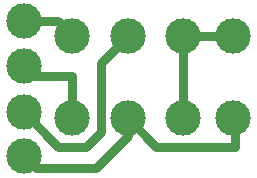
<source format=gbr>
%TF.GenerationSoftware,KiCad,Pcbnew,8.0.7*%
%TF.CreationDate,2024-12-30T14:37:26-05:00*%
%TF.ProjectId,SwitchBoard,53776974-6368-4426-9f61-72642e6b6963,rev?*%
%TF.SameCoordinates,Original*%
%TF.FileFunction,Copper,L1,Top*%
%TF.FilePolarity,Positive*%
%FSLAX46Y46*%
G04 Gerber Fmt 4.6, Leading zero omitted, Abs format (unit mm)*
G04 Created by KiCad (PCBNEW 8.0.7) date 2024-12-30 14:37:26*
%MOMM*%
%LPD*%
G01*
G04 APERTURE LIST*
%TA.AperFunction,SMDPad,CuDef*%
%ADD10C,3.000000*%
%TD*%
%TA.AperFunction,ComponentPad*%
%ADD11C,3.000000*%
%TD*%
%TA.AperFunction,Conductor*%
%ADD12C,0.760000*%
%TD*%
%TA.AperFunction,Conductor*%
%ADD13C,0.200000*%
%TD*%
G04 APERTURE END LIST*
D10*
%TO.P,H4,1,1*%
%TO.N,Net-(SW2-B)*%
X158000000Y-65600000D03*
%TD*%
%TO.P,H1,1,1*%
%TO.N,Net-(SW1-A)*%
X175700000Y-63000000D03*
%TD*%
%TO.P,H6,1,1*%
%TO.N,Net-(SW1-C)*%
X158000000Y-69500000D03*
%TD*%
%TO.P,H5,1,1*%
%TO.N,Net-(SW2-C)*%
X158000000Y-73200000D03*
%TD*%
D11*
%TO.P,SW1,1,A*%
%TO.N,Net-(SW1-A)*%
X171500000Y-63000000D03*
%TO.P,SW1,2,B*%
%TO.N,Net-(SW1-B)*%
X162100000Y-63000000D03*
%TO.P,SW1,3,C*%
%TO.N,Net-(SW1-C)*%
X166800000Y-63000000D03*
%TD*%
D10*
%TO.P,H3,1,1*%
%TO.N,Net-(SW1-B)*%
X158000000Y-61800000D03*
%TD*%
%TO.P,H2,1,1*%
%TO.N,Net-(SW2-C)*%
X175700000Y-70000000D03*
%TD*%
D11*
%TO.P,SW2,1,A*%
%TO.N,Net-(SW1-A)*%
X171500000Y-70000000D03*
%TO.P,SW2,2,B*%
%TO.N,Net-(SW2-B)*%
X162100000Y-70000000D03*
%TO.P,SW2,3,C*%
%TO.N,Net-(SW2-C)*%
X166800000Y-70000000D03*
%TD*%
D12*
%TO.N,Net-(SW1-C)*%
X164500000Y-71200000D02*
X164500000Y-65300000D01*
X163300000Y-72400000D02*
X164500000Y-71200000D01*
X164500000Y-65300000D02*
X166800000Y-63000000D01*
X158000000Y-69500000D02*
X160900000Y-72400000D01*
X160900000Y-72400000D02*
X163300000Y-72400000D01*
%TO.N,Net-(SW2-C)*%
X166800000Y-71500000D02*
X166800000Y-70000000D01*
X164100000Y-74200000D02*
X159000000Y-74200000D01*
X166800000Y-71500000D02*
X164100000Y-74200000D01*
X175900000Y-72400000D02*
X175900000Y-70000000D01*
X169200000Y-72400000D02*
X175900000Y-72400000D01*
X166800000Y-70000000D02*
X169200000Y-72400000D01*
D13*
X158000000Y-73200000D02*
X159000000Y-74200000D01*
%TO.N,Net-(SW2-B)*%
X158800000Y-66400000D02*
X158000000Y-65600000D01*
%TO.N,Net-(SW2-C)*%
X158400000Y-73200000D02*
X158000000Y-73200000D01*
D12*
X158160000Y-73360000D02*
X158000000Y-73200000D01*
%TO.N,Net-(SW1-B)*%
X160900000Y-61800000D02*
X162100000Y-63000000D01*
X158000000Y-61800000D02*
X160900000Y-61800000D01*
D13*
%TO.N,Net-(SW2-B)*%
X158000000Y-65800000D02*
X158000000Y-65600000D01*
D12*
%TO.N,Net-(SW1-A)*%
X171500000Y-63000000D02*
X175900000Y-63000000D01*
X171500000Y-63000000D02*
X171500000Y-70000000D01*
%TO.N,Net-(SW2-B)*%
X162100000Y-66400000D02*
X158800000Y-66400000D01*
X162100000Y-70000000D02*
X162100000Y-66400000D01*
%TD*%
M02*

</source>
